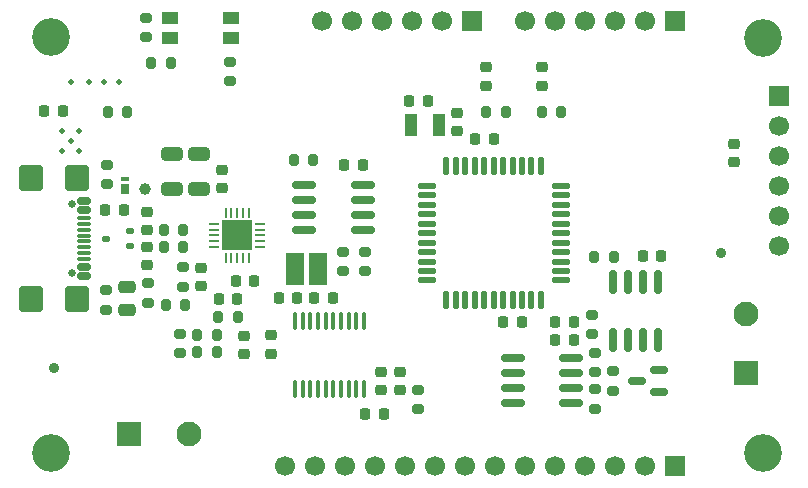
<source format=gbr>
%TF.GenerationSoftware,KiCad,Pcbnew,9.0.2*%
%TF.CreationDate,2025-09-25T10:32:18+03:00*%
%TF.ProjectId,uPIC46,75504943-3436-42e6-9b69-6361645f7063,V0*%
%TF.SameCoordinates,Original*%
%TF.FileFunction,Soldermask,Top*%
%TF.FilePolarity,Negative*%
%FSLAX46Y46*%
G04 Gerber Fmt 4.6, Leading zero omitted, Abs format (unit mm)*
G04 Created by KiCad (PCBNEW 9.0.2) date 2025-09-25 10:32:18*
%MOMM*%
%LPD*%
G01*
G04 APERTURE LIST*
G04 Aperture macros list*
%AMRoundRect*
0 Rectangle with rounded corners*
0 $1 Rounding radius*
0 $2 $3 $4 $5 $6 $7 $8 $9 X,Y pos of 4 corners*
0 Add a 4 corners polygon primitive as box body*
4,1,4,$2,$3,$4,$5,$6,$7,$8,$9,$2,$3,0*
0 Add four circle primitives for the rounded corners*
1,1,$1+$1,$2,$3*
1,1,$1+$1,$4,$5*
1,1,$1+$1,$6,$7*
1,1,$1+$1,$8,$9*
0 Add four rect primitives between the rounded corners*
20,1,$1+$1,$2,$3,$4,$5,0*
20,1,$1+$1,$4,$5,$6,$7,0*
20,1,$1+$1,$6,$7,$8,$9,0*
20,1,$1+$1,$8,$9,$2,$3,0*%
G04 Aperture macros list end*
%ADD10C,0.900000*%
%ADD11C,0.500000*%
%ADD12RoundRect,0.250001X-0.799999X-0.799999X0.799999X-0.799999X0.799999X0.799999X-0.799999X0.799999X0*%
%ADD13C,2.100000*%
%ADD14RoundRect,0.075000X0.275000X-0.390000X0.275000X0.390000X-0.275000X0.390000X-0.275000X-0.390000X0*%
%ADD15RoundRect,0.075000X0.275000X-0.075000X0.275000X0.075000X-0.275000X0.075000X-0.275000X-0.075000X0*%
%ADD16RoundRect,0.218750X-0.256250X0.218750X-0.256250X-0.218750X0.256250X-0.218750X0.256250X0.218750X0*%
%ADD17R,1.700000X1.700000*%
%ADD18C,1.700000*%
%ADD19RoundRect,0.225000X0.250000X-0.225000X0.250000X0.225000X-0.250000X0.225000X-0.250000X-0.225000X0*%
%ADD20RoundRect,0.225000X0.225000X0.250000X-0.225000X0.250000X-0.225000X-0.250000X0.225000X-0.250000X0*%
%ADD21R,1.500000X2.700000*%
%ADD22RoundRect,0.200000X0.275000X-0.200000X0.275000X0.200000X-0.275000X0.200000X-0.275000X-0.200000X0*%
%ADD23RoundRect,0.150000X-0.825000X-0.150000X0.825000X-0.150000X0.825000X0.150000X-0.825000X0.150000X0*%
%ADD24RoundRect,0.200000X-0.200000X-0.275000X0.200000X-0.275000X0.200000X0.275000X-0.200000X0.275000X0*%
%ADD25C,3.200000*%
%ADD26RoundRect,0.200000X-0.275000X0.200000X-0.275000X-0.200000X0.275000X-0.200000X0.275000X0.200000X0*%
%ADD27C,1.000000*%
%ADD28RoundRect,0.218750X-0.218750X-0.256250X0.218750X-0.256250X0.218750X0.256250X-0.218750X0.256250X0*%
%ADD29RoundRect,0.225000X-0.225000X-0.250000X0.225000X-0.250000X0.225000X0.250000X-0.225000X0.250000X0*%
%ADD30RoundRect,0.250000X0.650000X-0.325000X0.650000X0.325000X-0.650000X0.325000X-0.650000X-0.325000X0*%
%ADD31RoundRect,0.150000X0.587500X0.150000X-0.587500X0.150000X-0.587500X-0.150000X0.587500X-0.150000X0*%
%ADD32RoundRect,0.218750X0.218750X0.256250X-0.218750X0.256250X-0.218750X-0.256250X0.218750X-0.256250X0*%
%ADD33RoundRect,0.225000X-0.250000X0.225000X-0.250000X-0.225000X0.250000X-0.225000X0.250000X0.225000X0*%
%ADD34R,1.100000X1.900000*%
%ADD35C,0.650000*%
%ADD36RoundRect,0.150000X-0.425000X0.150000X-0.425000X-0.150000X0.425000X-0.150000X0.425000X0.150000X0*%
%ADD37RoundRect,0.075000X-0.500000X0.075000X-0.500000X-0.075000X0.500000X-0.075000X0.500000X0.075000X0*%
%ADD38RoundRect,0.250000X-0.750000X0.840000X-0.750000X-0.840000X0.750000X-0.840000X0.750000X0.840000X0*%
%ADD39RoundRect,0.062500X-0.062500X0.350000X-0.062500X-0.350000X0.062500X-0.350000X0.062500X0.350000X0*%
%ADD40RoundRect,0.062500X-0.350000X0.062500X-0.350000X-0.062500X0.350000X-0.062500X0.350000X0.062500X0*%
%ADD41R,2.500000X2.500000*%
%ADD42RoundRect,0.250001X0.799999X-0.799999X0.799999X0.799999X-0.799999X0.799999X-0.799999X-0.799999X0*%
%ADD43RoundRect,0.200000X0.200000X0.275000X-0.200000X0.275000X-0.200000X-0.275000X0.200000X-0.275000X0*%
%ADD44R,1.450000X1.000000*%
%ADD45RoundRect,0.150000X-0.150000X0.825000X-0.150000X-0.825000X0.150000X-0.825000X0.150000X0.825000X0*%
%ADD46RoundRect,0.112500X0.237500X-0.112500X0.237500X0.112500X-0.237500X0.112500X-0.237500X-0.112500X0*%
%ADD47RoundRect,0.137500X0.137500X-0.600000X0.137500X0.600000X-0.137500X0.600000X-0.137500X-0.600000X0*%
%ADD48RoundRect,0.137500X0.600000X-0.137500X0.600000X0.137500X-0.600000X0.137500X-0.600000X-0.137500X0*%
%ADD49RoundRect,0.100000X-0.100000X0.637500X-0.100000X-0.637500X0.100000X-0.637500X0.100000X0.637500X0*%
%ADD50RoundRect,0.250000X0.475000X-0.250000X0.475000X0.250000X-0.475000X0.250000X-0.475000X-0.250000X0*%
G04 APERTURE END LIST*
D10*
%TO.C,FID2*%
X177700000Y-99430000D03*
%TD*%
%TO.C,FID1*%
X121250000Y-109140000D03*
%TD*%
D11*
%TO.C,*%
X126700000Y-84900000D03*
%TD*%
D12*
%TO.C,J8*%
X127630000Y-114730000D03*
D13*
X132630000Y-114730000D03*
%TD*%
D14*
%TO.C,D1*%
X127220000Y-93985000D03*
D15*
X127220000Y-93100000D03*
%TD*%
D16*
%TO.C,D3*%
X162520000Y-83662500D03*
X162520000Y-85237500D03*
%TD*%
D17*
%TO.C,J4*%
X173810000Y-79760000D03*
D18*
X171270000Y-79760000D03*
X168730000Y-79760000D03*
X166190000Y-79760000D03*
X163650000Y-79760000D03*
X161110000Y-79760000D03*
%TD*%
D19*
%TO.C,C7*%
X148950000Y-111015000D03*
X148950000Y-109465000D03*
%TD*%
D20*
%TO.C,C23*%
X165245000Y-106760000D03*
X163695000Y-106760000D03*
%TD*%
D19*
%TO.C,C2*%
X135500000Y-93905000D03*
X135500000Y-92355000D03*
%TD*%
D21*
%TO.C,XTAL1*%
X143550000Y-100720000D03*
X141650000Y-100720000D03*
%TD*%
D22*
%TO.C,R14*%
X152070000Y-112635000D03*
X152070000Y-110985000D03*
%TD*%
D23*
%TO.C,U7*%
X160060000Y-108300000D03*
X160060000Y-109570000D03*
X160060000Y-110840000D03*
X160060000Y-112110000D03*
X165010000Y-112110000D03*
X165010000Y-110840000D03*
X165010000Y-109570000D03*
X165010000Y-108300000D03*
%TD*%
D22*
%TO.C,R9*%
X132120000Y-102255000D03*
X132120000Y-100605000D03*
%TD*%
D24*
%TO.C,R26*%
X125785000Y-87410000D03*
X127435000Y-87410000D03*
%TD*%
D25*
%TO.C,H3*%
X181230000Y-81160000D03*
%TD*%
D26*
%TO.C,R21*%
X166810000Y-104635000D03*
X166810000Y-106285000D03*
%TD*%
D25*
%TO.C,H4*%
X120950000Y-81100000D03*
%TD*%
D27*
%TO.C,TP1*%
X128950000Y-94010000D03*
%TD*%
D26*
%TO.C,R3*%
X129230000Y-101945000D03*
X129230000Y-103595000D03*
%TD*%
D28*
%TO.C,D8*%
X120392500Y-87390000D03*
X121967500Y-87390000D03*
%TD*%
D29*
%TO.C,C12*%
X136655000Y-101770000D03*
X138205000Y-101770000D03*
%TD*%
D30*
%TO.C,C1*%
X133550000Y-93995000D03*
X133550000Y-91045000D03*
%TD*%
D17*
%TO.C,J3*%
X182580000Y-86130000D03*
D18*
X182580000Y-88670000D03*
X182580000Y-91210000D03*
X182580000Y-93750000D03*
X182580000Y-96290000D03*
X182580000Y-98830000D03*
%TD*%
D24*
%TO.C,R7*%
X135155000Y-104770000D03*
X136805000Y-104770000D03*
%TD*%
D26*
%TO.C,R17*%
X168595000Y-109410000D03*
X168595000Y-111060000D03*
%TD*%
D23*
%TO.C,U3*%
X142415000Y-93595000D03*
X142415000Y-94865000D03*
X142415000Y-96135000D03*
X142415000Y-97405000D03*
X147365000Y-97405000D03*
X147365000Y-96135000D03*
X147365000Y-94865000D03*
X147365000Y-93595000D03*
%TD*%
D11*
%TO.C,*%
X124166591Y-84900000D03*
%TD*%
D31*
%TO.C,D2*%
X172432500Y-111197500D03*
X172432500Y-109297500D03*
X170557500Y-110247500D03*
%TD*%
D32*
%TO.C,FB1*%
X127167500Y-95780000D03*
X125592500Y-95780000D03*
%TD*%
D24*
%TO.C,R8*%
X133365000Y-106300000D03*
X135015000Y-106300000D03*
%TD*%
D33*
%TO.C,C4*%
X129130000Y-98885000D03*
X129130000Y-100435000D03*
%TD*%
%TO.C,C8*%
X133660000Y-100655000D03*
X133660000Y-102205000D03*
%TD*%
D19*
%TO.C,C3*%
X129130000Y-97435000D03*
X129130000Y-95885000D03*
%TD*%
D34*
%TO.C,XTAL2*%
X153845000Y-88550000D03*
X151435000Y-88550000D03*
%TD*%
D26*
%TO.C,R19*%
X145670000Y-99305000D03*
X145670000Y-100955000D03*
%TD*%
D35*
%TO.C,J1*%
X122725000Y-95270000D03*
X122725000Y-101050000D03*
D36*
X123800000Y-94960000D03*
X123800000Y-95760000D03*
D37*
X123800000Y-96910000D03*
X123800000Y-97910000D03*
X123800000Y-98410000D03*
X123800000Y-99410000D03*
D36*
X123800000Y-100560000D03*
X123800000Y-101360000D03*
X123800000Y-101360000D03*
X123800000Y-100560000D03*
D37*
X123800000Y-99910000D03*
X123800000Y-98910000D03*
X123800000Y-97410000D03*
X123800000Y-96410000D03*
D36*
X123800000Y-95760000D03*
X123800000Y-94960000D03*
D38*
X123225000Y-93050000D03*
X119295000Y-93050000D03*
X123225000Y-103270000D03*
X119295000Y-103270000D03*
%TD*%
D39*
%TO.C,U4*%
X137762500Y-95962500D03*
X137262500Y-95962500D03*
X136762500Y-95962500D03*
X136262500Y-95962500D03*
X135762500Y-95962500D03*
D40*
X134825000Y-96900000D03*
X134825000Y-97400000D03*
X134825000Y-97900000D03*
X134825000Y-98400000D03*
X134825000Y-98900000D03*
D39*
X135762500Y-99837500D03*
X136262500Y-99837500D03*
X136762500Y-99837500D03*
X137262500Y-99837500D03*
X137762500Y-99837500D03*
D40*
X138700000Y-98900000D03*
X138700000Y-98400000D03*
X138700000Y-97900000D03*
X138700000Y-97400000D03*
X138700000Y-96900000D03*
D41*
X136762500Y-97900000D03*
%TD*%
D17*
%TO.C,J6*%
X156660000Y-79750000D03*
D18*
X154120000Y-79750000D03*
X151580000Y-79750000D03*
X149040000Y-79750000D03*
X146500000Y-79750000D03*
X143960000Y-79750000D03*
%TD*%
D42*
%TO.C,J5*%
X179800000Y-109550000D03*
D13*
X179800000Y-104550000D03*
%TD*%
D11*
%TO.C,*%
X122650000Y-84900000D03*
%TD*%
D29*
%TO.C,C21*%
X140255000Y-103220000D03*
X141805000Y-103220000D03*
%TD*%
D30*
%TO.C,C14*%
X131230000Y-93995000D03*
X131230000Y-91045000D03*
%TD*%
D22*
%TO.C,R2*%
X125720000Y-93565000D03*
X125720000Y-91915000D03*
%TD*%
%TO.C,R13*%
X129060000Y-81100000D03*
X129060000Y-79450000D03*
%TD*%
D43*
%TO.C,R4*%
X143205000Y-91500000D03*
X141555000Y-91500000D03*
%TD*%
D26*
%TO.C,R15*%
X167055000Y-107825000D03*
X167055000Y-109475000D03*
%TD*%
D11*
%TO.C,*%
X123350000Y-89050000D03*
%TD*%
D24*
%TO.C,R20*%
X166965000Y-99720000D03*
X168615000Y-99720000D03*
%TD*%
D20*
%TO.C,C22*%
X149155000Y-113020000D03*
X147605000Y-113020000D03*
%TD*%
D11*
%TO.C,*%
X121950000Y-89050000D03*
%TD*%
D29*
%TO.C,C27*%
X151325000Y-86530000D03*
X152875000Y-86530000D03*
%TD*%
%TO.C,C13*%
X135205000Y-103280000D03*
X136755000Y-103280000D03*
%TD*%
D24*
%TO.C,R5*%
X130525000Y-98900000D03*
X132175000Y-98900000D03*
%TD*%
D20*
%TO.C,C11*%
X158465000Y-89710000D03*
X156915000Y-89710000D03*
%TD*%
%TO.C,C15*%
X147380000Y-91970000D03*
X145830000Y-91970000D03*
%TD*%
%TO.C,C20*%
X144820000Y-103230000D03*
X143270000Y-103230000D03*
%TD*%
D24*
%TO.C,R6*%
X130525000Y-97420000D03*
X132175000Y-97420000D03*
%TD*%
%TO.C,R22*%
X162535000Y-87470000D03*
X164185000Y-87470000D03*
%TD*%
D19*
%TO.C,C26*%
X155400000Y-89055000D03*
X155400000Y-87505000D03*
%TD*%
D33*
%TO.C,C9*%
X178800000Y-90125000D03*
X178800000Y-91675000D03*
%TD*%
D11*
%TO.C,*%
X122650000Y-89900000D03*
%TD*%
D43*
%TO.C,R10*%
X132365000Y-103780000D03*
X130715000Y-103780000D03*
%TD*%
D44*
%TO.C,SW1*%
X136225000Y-81160000D03*
X131075000Y-81160000D03*
X136225000Y-79460000D03*
X131075000Y-79460000D03*
%TD*%
D45*
%TO.C,U8*%
X172365000Y-101805000D03*
X171095000Y-101805000D03*
X169825000Y-101805000D03*
X168555000Y-101805000D03*
X168555000Y-106755000D03*
X169825000Y-106755000D03*
X171095000Y-106755000D03*
X172365000Y-106755000D03*
%TD*%
D22*
%TO.C,R11*%
X136150000Y-84855000D03*
X136150000Y-83205000D03*
%TD*%
D11*
%TO.C,*%
X121950000Y-90750000D03*
%TD*%
D24*
%TO.C,R66*%
X157835000Y-87470000D03*
X159485000Y-87470000D03*
%TD*%
D11*
%TO.C,*%
X123350000Y-90750000D03*
%TD*%
D26*
%TO.C,R25*%
X131910000Y-106225000D03*
X131910000Y-107875000D03*
%TD*%
D16*
%TO.C,D7*%
X139630000Y-106342500D03*
X139630000Y-107917500D03*
%TD*%
D46*
%TO.C,U1*%
X127660000Y-98837500D03*
X127660000Y-97537500D03*
X125660000Y-98187500D03*
%TD*%
D47*
%TO.C,U2*%
X154460000Y-103372500D03*
X155260000Y-103372500D03*
X156060000Y-103372500D03*
X156860000Y-103372500D03*
X157660000Y-103372500D03*
X158460000Y-103372500D03*
X159260000Y-103372500D03*
X160060000Y-103372500D03*
X160860000Y-103372500D03*
X161660000Y-103372500D03*
X162460000Y-103372500D03*
D48*
X164122500Y-101710000D03*
X164122500Y-100910000D03*
X164122500Y-100110000D03*
X164122500Y-99310000D03*
X164122500Y-98510000D03*
X164122500Y-97710000D03*
X164122500Y-96910000D03*
X164122500Y-96110000D03*
X164122500Y-95310000D03*
X164122500Y-94510000D03*
X164122500Y-93710000D03*
D47*
X162460000Y-92047500D03*
X161660000Y-92047500D03*
X160860000Y-92047500D03*
X160060000Y-92047500D03*
X159260000Y-92047500D03*
X158460000Y-92047500D03*
X157660000Y-92047500D03*
X156860000Y-92047500D03*
X156060000Y-92047500D03*
X155260000Y-92047500D03*
X154460000Y-92047500D03*
D48*
X152797500Y-93710000D03*
X152797500Y-94510000D03*
X152797500Y-95310000D03*
X152797500Y-96110000D03*
X152797500Y-96910000D03*
X152797500Y-97710000D03*
X152797500Y-98510000D03*
X152797500Y-99310000D03*
X152797500Y-100110000D03*
X152797500Y-100910000D03*
X152797500Y-101710000D03*
%TD*%
D49*
%TO.C,U6*%
X147480000Y-105185000D03*
X146830000Y-105185000D03*
X146180000Y-105185000D03*
X145530000Y-105185000D03*
X144880000Y-105185000D03*
X144230000Y-105185000D03*
X143580000Y-105185000D03*
X142930000Y-105185000D03*
X142280000Y-105185000D03*
X141630000Y-105185000D03*
X141630000Y-110910000D03*
X142280000Y-110910000D03*
X142930000Y-110910000D03*
X143580000Y-110910000D03*
X144230000Y-110910000D03*
X144880000Y-110910000D03*
X145530000Y-110910000D03*
X146180000Y-110910000D03*
X146830000Y-110910000D03*
X147480000Y-110910000D03*
%TD*%
D20*
%TO.C,C24*%
X165245000Y-105240000D03*
X163695000Y-105240000D03*
%TD*%
D22*
%TO.C,R1*%
X125640000Y-104175000D03*
X125640000Y-102525000D03*
%TD*%
D26*
%TO.C,R18*%
X147580000Y-99305000D03*
X147580000Y-100955000D03*
%TD*%
D50*
%TO.C,C5*%
X127410000Y-104180000D03*
X127410000Y-102280000D03*
%TD*%
D26*
%TO.C,R16*%
X167045000Y-110925000D03*
X167045000Y-112575000D03*
%TD*%
D16*
%TO.C,D11*%
X157830000Y-83662500D03*
X157830000Y-85237500D03*
%TD*%
D17*
%TO.C,J2*%
X173790000Y-117450000D03*
D18*
X171250000Y-117450000D03*
X168710000Y-117450000D03*
X166170000Y-117450000D03*
X163630000Y-117450000D03*
X161090000Y-117450000D03*
X158550000Y-117450000D03*
X156010000Y-117450000D03*
X153470000Y-117450000D03*
X150930000Y-117450000D03*
X148390000Y-117450000D03*
X145850000Y-117450000D03*
X143310000Y-117450000D03*
X140770000Y-117450000D03*
%TD*%
D11*
%TO.C,*%
X125450000Y-84900000D03*
%TD*%
D16*
%TO.C,D5*%
X137340000Y-106382500D03*
X137340000Y-107957500D03*
%TD*%
D29*
%TO.C,C6*%
X159275000Y-105190000D03*
X160825000Y-105190000D03*
%TD*%
D43*
%TO.C,R12*%
X131105000Y-83280000D03*
X129455000Y-83280000D03*
%TD*%
D24*
%TO.C,R24*%
X133375000Y-107780000D03*
X135025000Y-107780000D03*
%TD*%
D19*
%TO.C,C17*%
X150500000Y-111015000D03*
X150500000Y-109465000D03*
%TD*%
D25*
%TO.C,H2*%
X181230000Y-116355000D03*
%TD*%
%TO.C,H1*%
X120950000Y-116355000D03*
%TD*%
D29*
%TO.C,C25*%
X171085000Y-99640000D03*
X172635000Y-99640000D03*
%TD*%
M02*

</source>
